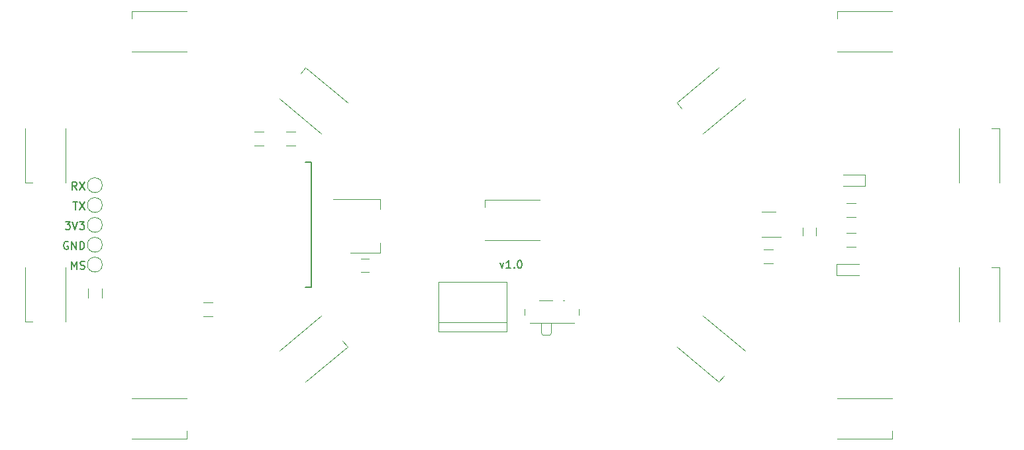
<source format=gto>
G04 #@! TF.GenerationSoftware,KiCad,Pcbnew,(5.0.2-5-10.14)*
G04 #@! TF.CreationDate,2019-03-11T19:31:18-04:00*
G04 #@! TF.ProjectId,glowtie,676c6f77-7469-4652-9e6b-696361645f70,rev?*
G04 #@! TF.SameCoordinates,Original*
G04 #@! TF.FileFunction,Legend,Top*
G04 #@! TF.FilePolarity,Positive*
%FSLAX46Y46*%
G04 Gerber Fmt 4.6, Leading zero omitted, Abs format (unit mm)*
G04 Created by KiCad (PCBNEW (5.0.2-5-10.14)) date Monday, March 11, 2019 at 07:31:18 PM*
%MOMM*%
%LPD*%
G01*
G04 APERTURE LIST*
%ADD10C,0.200000*%
%ADD11C,0.150000*%
%ADD12C,0.120000*%
%ADD13C,0.152400*%
G04 APERTURE END LIST*
D10*
X74644428Y-46140714D02*
X74882523Y-46807380D01*
X75120619Y-46140714D01*
X76025380Y-46807380D02*
X75453952Y-46807380D01*
X75739666Y-46807380D02*
X75739666Y-45807380D01*
X75644428Y-45950238D01*
X75549190Y-46045476D01*
X75453952Y-46093095D01*
X76453952Y-46712142D02*
X76501571Y-46759761D01*
X76453952Y-46807380D01*
X76406333Y-46759761D01*
X76453952Y-46712142D01*
X76453952Y-46807380D01*
X77120619Y-45807380D02*
X77215857Y-45807380D01*
X77311095Y-45855000D01*
X77358714Y-45902619D01*
X77406333Y-45997857D01*
X77453952Y-46188333D01*
X77453952Y-46426428D01*
X77406333Y-46616904D01*
X77358714Y-46712142D01*
X77311095Y-46759761D01*
X77215857Y-46807380D01*
X77120619Y-46807380D01*
X77025380Y-46759761D01*
X76977761Y-46712142D01*
X76930142Y-46616904D01*
X76882523Y-46426428D01*
X76882523Y-46188333D01*
X76930142Y-45997857D01*
X76977761Y-45902619D01*
X77025380Y-45855000D01*
X77120619Y-45807380D01*
D11*
X19891476Y-46934380D02*
X19891476Y-45934380D01*
X20224809Y-46648666D01*
X20558142Y-45934380D01*
X20558142Y-46934380D01*
X20986714Y-46886761D02*
X21129571Y-46934380D01*
X21367666Y-46934380D01*
X21462904Y-46886761D01*
X21510523Y-46839142D01*
X21558142Y-46743904D01*
X21558142Y-46648666D01*
X21510523Y-46553428D01*
X21462904Y-46505809D01*
X21367666Y-46458190D01*
X21177190Y-46410571D01*
X21081952Y-46362952D01*
X21034333Y-46315333D01*
X20986714Y-46220095D01*
X20986714Y-46124857D01*
X21034333Y-46029619D01*
X21081952Y-45982000D01*
X21177190Y-45934380D01*
X21415285Y-45934380D01*
X21558142Y-45982000D01*
X19431095Y-43442000D02*
X19335857Y-43394380D01*
X19193000Y-43394380D01*
X19050142Y-43442000D01*
X18954904Y-43537238D01*
X18907285Y-43632476D01*
X18859666Y-43822952D01*
X18859666Y-43965809D01*
X18907285Y-44156285D01*
X18954904Y-44251523D01*
X19050142Y-44346761D01*
X19193000Y-44394380D01*
X19288238Y-44394380D01*
X19431095Y-44346761D01*
X19478714Y-44299142D01*
X19478714Y-43965809D01*
X19288238Y-43965809D01*
X19907285Y-44394380D02*
X19907285Y-43394380D01*
X20478714Y-44394380D01*
X20478714Y-43394380D01*
X20954904Y-44394380D02*
X20954904Y-43394380D01*
X21193000Y-43394380D01*
X21335857Y-43442000D01*
X21431095Y-43537238D01*
X21478714Y-43632476D01*
X21526333Y-43822952D01*
X21526333Y-43965809D01*
X21478714Y-44156285D01*
X21431095Y-44251523D01*
X21335857Y-44346761D01*
X21193000Y-44394380D01*
X20954904Y-44394380D01*
X19081904Y-40854380D02*
X19700952Y-40854380D01*
X19367619Y-41235333D01*
X19510476Y-41235333D01*
X19605714Y-41282952D01*
X19653333Y-41330571D01*
X19700952Y-41425809D01*
X19700952Y-41663904D01*
X19653333Y-41759142D01*
X19605714Y-41806761D01*
X19510476Y-41854380D01*
X19224761Y-41854380D01*
X19129523Y-41806761D01*
X19081904Y-41759142D01*
X19986666Y-40854380D02*
X20320000Y-41854380D01*
X20653333Y-40854380D01*
X20891428Y-40854380D02*
X21510476Y-40854380D01*
X21177142Y-41235333D01*
X21320000Y-41235333D01*
X21415238Y-41282952D01*
X21462857Y-41330571D01*
X21510476Y-41425809D01*
X21510476Y-41663904D01*
X21462857Y-41759142D01*
X21415238Y-41806761D01*
X21320000Y-41854380D01*
X21034285Y-41854380D01*
X20939047Y-41806761D01*
X20891428Y-41759142D01*
X20066095Y-38314380D02*
X20637523Y-38314380D01*
X20351809Y-39314380D02*
X20351809Y-38314380D01*
X20875619Y-38314380D02*
X21542285Y-39314380D01*
X21542285Y-38314380D02*
X20875619Y-39314380D01*
X20534333Y-36774380D02*
X20201000Y-36298190D01*
X19962904Y-36774380D02*
X19962904Y-35774380D01*
X20343857Y-35774380D01*
X20439095Y-35822000D01*
X20486714Y-35869619D01*
X20534333Y-35964857D01*
X20534333Y-36107714D01*
X20486714Y-36202952D01*
X20439095Y-36250571D01*
X20343857Y-36298190D01*
X19962904Y-36298190D01*
X20867666Y-35774380D02*
X21534333Y-36774380D01*
X21534333Y-35774380D02*
X20867666Y-36774380D01*
D12*
G04 #@! TO.C,LED1*
X46447597Y-57408041D02*
X51809908Y-52908528D01*
X49790092Y-61391472D02*
X55152403Y-56891959D01*
X55152403Y-56891959D02*
X54509616Y-56125914D01*
G04 #@! TO.C,LED2*
X27615000Y-63440000D02*
X34615000Y-63440000D01*
X27615000Y-68640000D02*
X34615000Y-68640000D01*
X34615000Y-68640000D02*
X34615000Y-67640000D01*
G04 #@! TO.C,LED3*
X19110000Y-46665000D02*
X19110000Y-53665000D01*
X13910000Y-46665000D02*
X13910000Y-53665000D01*
X13910000Y-53665000D02*
X14910000Y-53665000D01*
G04 #@! TO.C,LED4*
X19110000Y-28885000D02*
X19110000Y-35885000D01*
X13910000Y-28885000D02*
X13910000Y-35885000D01*
X13910000Y-35885000D02*
X14910000Y-35885000D01*
G04 #@! TO.C,LED5*
X34615000Y-19110000D02*
X27615000Y-19110000D01*
X34615000Y-13910000D02*
X27615000Y-13910000D01*
X27615000Y-13910000D02*
X27615000Y-14910000D01*
G04 #@! TO.C,LED6*
X51809908Y-29641472D02*
X46447597Y-25141959D01*
X55152403Y-25658041D02*
X49790092Y-21158528D01*
X49790092Y-21158528D02*
X49147305Y-21924572D01*
G04 #@! TO.C,LED7*
X79700000Y-43240000D02*
X72700000Y-43240000D01*
X79700000Y-38040000D02*
X72700000Y-38040000D01*
X72700000Y-38040000D02*
X72700000Y-39040000D01*
G04 #@! TO.C,LED8*
X105952403Y-25141959D02*
X100590092Y-29641472D01*
X102609908Y-21158528D02*
X97247597Y-25658041D01*
X97247597Y-25658041D02*
X97890384Y-26424086D01*
G04 #@! TO.C,LED9*
X124785000Y-19110000D02*
X117785000Y-19110000D01*
X124785000Y-13910000D02*
X117785000Y-13910000D01*
X117785000Y-13910000D02*
X117785000Y-14910000D01*
G04 #@! TO.C,SW1*
X82680000Y-50950000D02*
X82880000Y-50950000D01*
X79880000Y-55090000D02*
X80080000Y-55300000D01*
X81180000Y-55090000D02*
X80980000Y-55300000D01*
X79880000Y-53800000D02*
X79880000Y-55090000D01*
X80080000Y-55300000D02*
X80980000Y-55300000D01*
X81180000Y-55090000D02*
X81180000Y-53800000D01*
X78430000Y-53800000D02*
X84130000Y-53800000D01*
X79680000Y-50950000D02*
X81380000Y-50950000D01*
X77830000Y-52000000D02*
X77830000Y-52790000D01*
X84730000Y-52790000D02*
X84730000Y-52000000D01*
G04 #@! TO.C,LED10*
X133290000Y-35885000D02*
X133290000Y-28885000D01*
X138490000Y-35885000D02*
X138490000Y-28885000D01*
X138490000Y-28885000D02*
X137490000Y-28885000D01*
G04 #@! TO.C,LED11*
X133290000Y-53665000D02*
X133290000Y-46665000D01*
X138490000Y-53665000D02*
X138490000Y-46665000D01*
X138490000Y-46665000D02*
X137490000Y-46665000D01*
G04 #@! TO.C,LED12*
X117785000Y-63440000D02*
X124785000Y-63440000D01*
X117785000Y-68640000D02*
X124785000Y-68640000D01*
X124785000Y-68640000D02*
X124785000Y-67640000D01*
G04 #@! TO.C,LED13*
X100590092Y-52908528D02*
X105952403Y-57408041D01*
X97247597Y-56891959D02*
X102609908Y-61391472D01*
X102609908Y-61391472D02*
X103252695Y-60625428D01*
G04 #@! TO.C,U2*
X59314000Y-44812000D02*
X59314000Y-43552000D01*
X59314000Y-37992000D02*
X59314000Y-39252000D01*
X55554000Y-44812000D02*
X59314000Y-44812000D01*
X53304000Y-37992000D02*
X59314000Y-37992000D01*
D13*
G04 #@! TO.C,U3*
X49784000Y-49276000D02*
X50546000Y-49276000D01*
X50546000Y-49276000D02*
X50546000Y-33274000D01*
X50546000Y-33274000D02*
X49784000Y-33274000D01*
D12*
G04 #@! TO.C,U1*
X109866000Y-39601500D02*
X108066000Y-39601500D01*
X108066000Y-42821500D02*
X110516000Y-42821500D01*
G04 #@! TO.C,1uF3*
X57904000Y-45632000D02*
X56904000Y-45632000D01*
X56904000Y-47332000D02*
X57904000Y-47332000D01*
G04 #@! TO.C,10uF2*
X115023000Y-42600500D02*
X115023000Y-41600500D01*
X113323000Y-41600500D02*
X113323000Y-42600500D01*
G04 #@! TO.C,D1*
X121307000Y-36260000D02*
X121307000Y-34860000D01*
X121307000Y-34860000D02*
X118507000Y-34860000D01*
X121307000Y-36260000D02*
X118507000Y-36260000D01*
G04 #@! TO.C,D2*
X117707000Y-46290000D02*
X117707000Y-47690000D01*
X117707000Y-47690000D02*
X120507000Y-47690000D01*
X117707000Y-46290000D02*
X120507000Y-46290000D01*
G04 #@! TO.C,J1*
X66770000Y-54957000D02*
X66770000Y-48547000D01*
X75470000Y-53727000D02*
X66770000Y-53727000D01*
X75470000Y-48547000D02*
X75470000Y-54957000D01*
X66770000Y-48547000D02*
X75470000Y-48547000D01*
X66770000Y-54957000D02*
X75470000Y-54957000D01*
G04 #@! TO.C,R1*
X37938000Y-52950000D02*
X36738000Y-52950000D01*
X36738000Y-51190000D02*
X37938000Y-51190000D01*
G04 #@! TO.C,R2*
X109566000Y-46155500D02*
X108366000Y-46155500D01*
X108366000Y-44395500D02*
X109566000Y-44395500D01*
G04 #@! TO.C,R3*
X48479000Y-31106000D02*
X47279000Y-31106000D01*
X47279000Y-29346000D02*
X48479000Y-29346000D01*
G04 #@! TO.C,R4*
X23740000Y-49438000D02*
X23740000Y-50638000D01*
X21980000Y-50638000D02*
X21980000Y-49438000D01*
G04 #@! TO.C,R5*
X44415000Y-31106000D02*
X43215000Y-31106000D01*
X43215000Y-29346000D02*
X44415000Y-29346000D01*
G04 #@! TO.C,R470*
X120107000Y-40250000D02*
X118907000Y-40250000D01*
X118907000Y-38490000D02*
X120107000Y-38490000D01*
G04 #@! TO.C,R470_1*
X120107000Y-44060000D02*
X118907000Y-44060000D01*
X118907000Y-42300000D02*
X120107000Y-42300000D01*
G04 #@! TO.C,J2*
X23810000Y-36195000D02*
G75*
G03X23810000Y-36195000I-950000J0D01*
G01*
G04 #@! TO.C,J4*
X23810000Y-38735000D02*
G75*
G03X23810000Y-38735000I-950000J0D01*
G01*
G04 #@! TO.C,J5*
X23810000Y-46355000D02*
G75*
G03X23810000Y-46355000I-950000J0D01*
G01*
G04 #@! TO.C,J10*
X23810000Y-41275000D02*
G75*
G03X23810000Y-41275000I-950000J0D01*
G01*
G04 #@! TO.C,J11*
X23810000Y-43815000D02*
G75*
G03X23810000Y-43815000I-950000J0D01*
G01*
G04 #@! TD*
M02*

</source>
